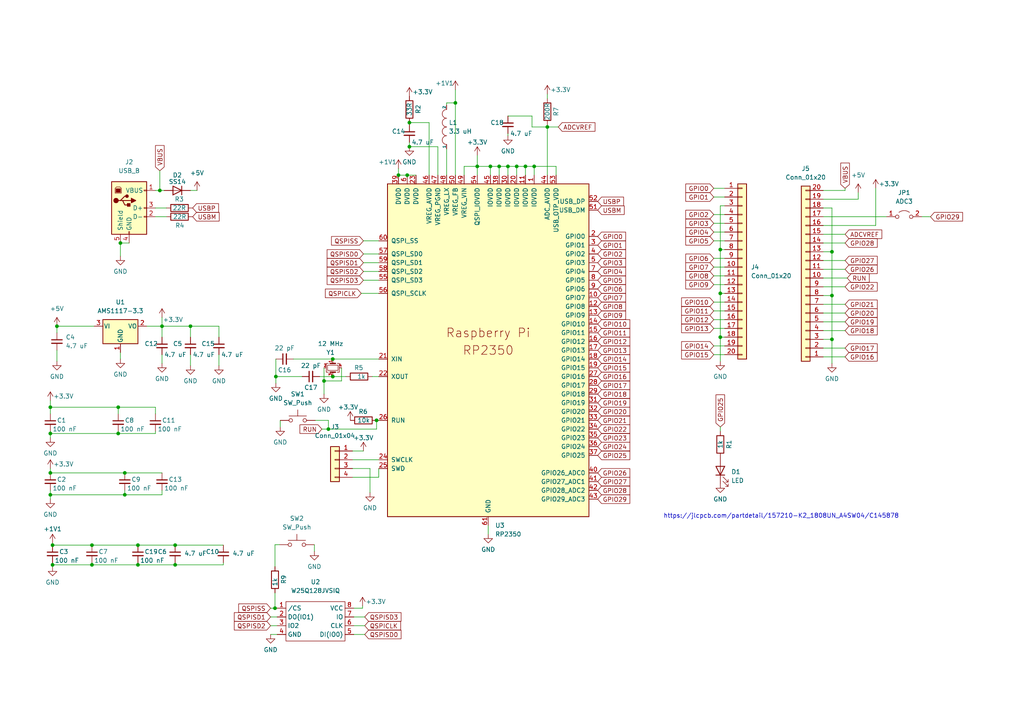
<source format=kicad_sch>
(kicad_sch (version 20211123) (generator eeschema)
  (paper "A4")
  (lib_symbols
    (symbol "Connector:USB_B" (pin_names (offset 1.016))
      (property "Reference" "J" (at -5.08 11.43 0))
      (property "Value" "USB_B" (at -5.08 8.89 0))
      (symbol "USB_B_1_1"
        (pin power_out line (at 7.62 5.08 180) (length 2.54) (name "VBUS") (number "1"))
        (pin bidirectional line (at 7.62 -2.54 180) (length 2.54) (name "D-") (number "2"))
        (pin bidirectional line (at 7.62 0 180) (length 2.54) (name "D+") (number "3"))
        (pin power_out line (at 0 -10.16 90) (length 2.54) (name "GND") (number "4"))
        (pin passive line (at -2.54 -10.16 90) (length 2.54) (name "Shield") (number "5"))
      )
    )
    (symbol "Connector_Generic:Conn_01x04" (pin_names (offset 1.016) hide)
      (property "Reference" "J" (at 0 5.08 0))
      (property "Value" "Conn_01x04" (at 0 -7.62 0))
      (symbol "Conn_01x04_1_1"
        (pin passive line (at -5.08 2.54 0) (length 3.81) (name "Pin_1") (number "1"))
        (pin passive line (at -5.08 0 0) (length 3.81) (name "Pin_2") (number "2"))
        (pin passive line (at -5.08 -2.54 0) (length 3.81) (name "Pin_3") (number "3"))
        (pin passive line (at -5.08 -5.08 0) (length 3.81) (name "Pin_4") (number "4"))
      )
    )
    (symbol "Connector_Generic:Conn_01x20" (pin_names (offset 1.016) hide)
      (property "Reference" "J" (at 0 25.4 0))
      (property "Value" "Conn_01x20" (at 0 -27.94 0))
      (symbol "Conn_01x20_1_1"
        (pin passive line (at -5.08 22.86 0) (length 3.81) (name "Pin_1") (number "1"))
        (pin passive line (at -5.08 0 0) (length 3.81) (name "Pin_10") (number "10"))
        (pin passive line (at -5.08 -2.54 0) (length 3.81) (name "Pin_11") (number "11"))
        (pin passive line (at -5.08 -5.08 0) (length 3.81) (name "Pin_12") (number "12"))
        (pin passive line (at -5.08 -7.62 0) (length 3.81) (name "Pin_13") (number "13"))
        (pin passive line (at -5.08 -10.16 0) (length 3.81) (name "Pin_14") (number "14"))
        (pin passive line (at -5.08 -12.7 0) (length 3.81) (name "Pin_15") (number "15"))
        (pin passive line (at -5.08 -15.24 0) (length 3.81) (name "Pin_16") (number "16"))
        (pin passive line (at -5.08 -17.78 0) (length 3.81) (name "Pin_17") (number "17"))
        (pin passive line (at -5.08 -20.32 0) (length 3.81) (name "Pin_18") (number "18"))
        (pin passive line (at -5.08 -22.86 0) (length 3.81) (name "Pin_19") (number "19"))
        (pin passive line (at -5.08 20.32 0) (length 3.81) (name "Pin_2") (number "2"))
        (pin passive line (at -5.08 -25.4 0) (length 3.81) (name "Pin_20") (number "20"))
        (pin passive line (at -5.08 17.78 0) (length 3.81) (name "Pin_3") (number "3"))
        (pin passive line (at -5.08 15.24 0) (length 3.81) (name "Pin_4") (number "4"))
        (pin passive line (at -5.08 12.7 0) (length 3.81) (name "Pin_5") (number "5"))
        (pin passive line (at -5.08 10.16 0) (length 3.81) (name "Pin_6") (number "6"))
        (pin passive line (at -5.08 7.62 0) (length 3.81) (name "Pin_7") (number "7"))
        (pin passive line (at -5.08 5.08 0) (length 3.81) (name "Pin_8") (number "8"))
        (pin passive line (at -5.08 2.54 0) (length 3.81) (name "Pin_9") (number "9"))
      )
    )
    (symbol "Device:C_Small" (pin_numbers hide) (pin_names (offset 0.254) hide)
      (property "Reference" "C" (at 0.254 1.778 0))
      (property "Value" "C_Small" (at 0.254 -2.032 0))
      (symbol "C_Small_1_1"
        (pin passive line (at 0 2.54 270) (length 2.032) (name "~") (number "1"))
        (pin passive line (at 0 -2.54 90) (length 2.032) (name "~") (number "2"))
      )
    )
    (symbol "Device:Crystal_GND24_Small" (pin_names (offset 1.016) hide)
      (property "Reference" "Y" (at 1.27 4.445 0))
      (property "Value" "Crystal_GND24_Small" (at 1.27 2.54 0))
      (symbol "Crystal_GND24_Small_1_1"
        (pin passive line (at -2.54 0 0) (length 1.27) (name "1") (number "1"))
        (pin passive line (at 0 -2.54 90) (length 0.635) (name "2") (number "2"))
        (pin passive line (at 2.54 0 180) (length 1.27) (name "3") (number "3"))
        (pin passive line (at 0 2.54 270) (length 0.635) (name "4") (number "4"))
      )
    )
    (symbol "Device:D" (pin_numbers hide) (pin_names (offset 1.016) hide)
      (property "Reference" "D" (at 0 2.54 0))
      (property "Value" "D" (at 0 -2.54 0))
      (symbol "D_1_1"
        (pin passive line (at -3.81 0 0) (length 2.54) (name "K") (number "1"))
        (pin passive line (at 3.81 0 180) (length 2.54) (name "A") (number "2"))
      )
    )
    (symbol "Device:LED" (pin_numbers hide) (pin_names (offset 1.016) hide)
      (property "Reference" "D" (at 0 2.54 0))
      (property "Value" "LED" (at 0 -2.54 0))
      (symbol "LED_1_1"
        (pin passive line (at -3.81 0 0) (length 2.54) (name "K") (number "1"))
        (pin passive line (at 3.81 0 180) (length 2.54) (name "A") (number "2"))
      )
    )
    (symbol "Device:R" (pin_numbers hide) (pin_names (offset 0))
      (property "Reference" "R" (at 2.032 0 90))
      (property "Value" "R" (at 0 0 90))
      (symbol "R_1_1"
        (pin passive line (at 0 3.81 270) (length 1.27) (name "~") (number "1"))
        (pin passive line (at 0 -3.81 90) (length 1.27) (name "~") (number "2"))
      )
    )
    (symbol "Jumper:Jumper_2_Open" (pin_names (offset 0) hide)
      (property "Reference" "JP" (at 0 2.794 0))
      (property "Value" "Jumper_2_Open" (at 0 -2.286 0))
      (symbol "Jumper_2_Open_1_1"
        (pin passive line (at -5.08 0 0) (length 2.54) (name "A") (number "1"))
        (pin passive line (at 5.08 0 180) (length 2.54) (name "B") (number "2"))
      )
    )
    (symbol "PicoAlt:SOIC8Flash"
      (property "Reference" "U" (at -2.54 3.81 0))
      (property "Value" "SOIC8Flash" (at -1.27 6.35 0))
      (symbol "SOIC8Flash_1_1"
        (pin input line (at -12.065 3.175 0) (length 2.54) (name "/CS") (number "1"))
        (pin bidirectional line (at -12.065 0.635 0) (length 2.54) (name "DO(IO1)") (number "2"))
        (pin bidirectional line (at -12.065 -1.905 0) (length 2.54) (name "IO2") (number "3"))
        (pin power_in line (at -12.065 -4.445 0) (length 2.54) (name "GND") (number "4"))
        (pin bidirectional line (at 10.16 -4.445 180) (length 2.54) (name "DI(IO0)") (number "5"))
        (pin input line (at 10.16 -1.905 180) (length 2.54) (name "CLK") (number "6"))
        (pin bidirectional line (at 10.16 0.635 180) (length 2.54) (name "IO") (number "7"))
        (pin power_in line (at 10.16 3.175 180) (length 2.54) (name "VCC") (number "8"))
      )
    )
    (symbol "Regulator_Linear:AMS1117-3.3" (pin_names (offset 0.254))
      (property "Reference" "U" (at -3.81 3.175 0))
      (property "Value" "AMS1117-3.3" (at 0 3.175 0))
      (symbol "AMS1117-3.3_1_1"
        (pin power_in line (at 0 -7.62 90) (length 2.54) (name "GND") (number "1"))
        (pin power_out line (at 7.62 0 180) (length 2.54) (name "VO") (number "2"))
        (pin power_in line (at -7.62 0 0) (length 2.54) (name "VI") (number "3"))
      )
    )
    (symbol "Switch:SW_Push" (pin_numbers hide) (pin_names (offset 1.016) hide)
      (property "Reference" "SW" (at 1.27 2.54 0))
      (property "Value" "SW_Push" (at 0 -1.524 0))
      (symbol "SW_Push_0_1"
        (pin passive line (at -5.08 0 0) (length 2.54) (name "1") (number "1"))
        (pin passive line (at 5.08 0 180) (length 2.54) (name "2") (number "2"))
      )
    )
    (symbol "power:+1V1" (power) (pin_names (offset 0))
      (property "Value" "+1V1" (at 0 3.556 0))
      (symbol "+1V1_1_1"
        (pin power_in line (at 0 0 90) (length 0) hide (name "+1V1") (number "1"))
      )
    )
    (symbol "power:+3.3V" (power) (pin_names (offset 0))
      (property "Value" "+3.3V" (at 0 3.556 0))
      (symbol "+3.3V_1_1"
        (pin power_in line (at 0 0 90) (length 0) hide (name "+3.3V") (number "1"))
      )
    )
    (symbol "power:+5V" (power) (pin_names (offset 0))
      (property "Value" "+5V" (at 0 3.556 0))
      (symbol "+5V_1_1"
        (pin power_in line (at 0 0 90) (length 0) hide (name "+5V") (number "1"))
      )
    )
    (symbol "power:GND" (power) (pin_names (offset 0))
      (property "Value" "GND" (at 0 -3.81 0))
      (symbol "GND_1_1"
        (pin power_in line (at 0 0 270) (length 0) hide (name "GND") (number "1"))
      )
    )
    (symbol "pspice:INDUCTOR" (pin_numbers hide) (pin_names (offset 0))
      (property "Reference" "L" (at 0 2.54 0))
      (property "Value" "INDUCTOR" (at 0 -1.27 0))
      (symbol "INDUCTOR_1_1"
        (pin input line (at -6.35 0 0) (length 1.27) (name "1") (number "1"))
        (pin input line (at 6.35 0 180) (length 1.27) (name "2") (number "2"))
      )
    )
    (symbol "rp2350:RP2350" (pin_names (offset 1.016))
      (property "Reference" "U" (at -29.21 49.53 0))
      (property "Value" "RP2350" (at 24.13 -49.53 0))
      (symbol "RP2350_0_0"
        (text "Raspberry Pi" (at 0 5.08 0) (effects (font (size 2.54 2.54))))
        (text "RP2350" (at 0 0 0) (effects (font (size 2.54 2.54))))
      )
      (symbol "RP2350_1_1"
        (pin power_in line (at 13.335 50.8 270) (length 2.54) (name "IOVDD") (number "1"))
        (pin bidirectional line (at 31.75 15.24 180) (length 2.54) (name "GPIO7") (number "10"))
        (pin power_in line (at 10.795 50.8 270) (length 2.54) (name "IOVDD") (number "11"))
        (pin bidirectional line (at 31.75 12.7 180) (length 2.54) (name "GPIO8") (number "12"))
        (pin bidirectional line (at 31.75 10.16 180) (length 2.54) (name "GPIO9") (number "13"))
        (pin bidirectional line (at 31.75 7.62 180) (length 2.54) (name "GPIO10") (number "14"))
        (pin bidirectional line (at 31.75 5.08 180) (length 2.54) (name "GPIO11") (number "15"))
        (pin bidirectional line (at 31.75 2.54 180) (length 2.54) (name "GPIO12") (number "16"))
        (pin bidirectional line (at 31.75 0 180) (length 2.54) (name "GPIO13") (number "17"))
        (pin bidirectional line (at 31.75 -2.54 180) (length 2.54) (name "GPIO14") (number "18"))
        (pin bidirectional line (at 31.75 -5.08 180) (length 2.54) (name "GPIO15") (number "19"))
        (pin bidirectional line (at 31.75 33.02 180) (length 2.54) (name "GPIO0") (number "2"))
        (pin power_in line (at 8.255 50.8 270) (length 2.54) (name "IOVDD") (number "20"))
        (pin input line (at -31.75 -2.54 0) (length 2.54) (name "XIN") (number "21"))
        (pin passive line (at -31.75 -7.62 0) (length 2.54) (name "XOUT") (number "22"))
        (pin power_in line (at -20.955 50.8 270) (length 2.54) (name "DVDD") (number "23"))
        (pin output line (at -31.75 -31.75 0) (length 2.54) (name "SWCLK") (number "24"))
        (pin bidirectional line (at -31.75 -34.29 0) (length 2.54) (name "SWD") (number "25"))
        (pin input line (at -31.75 -20.32 0) (length 2.54) (name "RUN") (number "26"))
        (pin bidirectional line (at 31.75 -7.62 180) (length 2.54) (name "GPIO16") (number "27"))
        (pin bidirectional line (at 31.75 -10.16 180) (length 2.54) (name "GPIO17") (number "28"))
        (pin bidirectional line (at 31.75 -12.7 180) (length 2.54) (name "GPIO18") (number "29"))
        (pin bidirectional line (at 31.75 30.48 180) (length 2.54) (name "GPIO1") (number "3"))
        (pin power_in line (at 5.715 50.8 270) (length 2.54) (name "IOVDD") (number "30"))
        (pin bidirectional line (at 31.75 -15.24 180) (length 2.54) (name "GPIO19") (number "31"))
        (pin bidirectional line (at 31.75 -17.78 180) (length 2.54) (name "GPIO20") (number "32"))
        (pin bidirectional line (at 31.75 -20.32 180) (length 2.54) (name "GPIO21") (number "33"))
        (pin bidirectional line (at 31.75 -22.86 180) (length 2.54) (name "GPIO22") (number "34"))
        (pin bidirectional line (at 31.75 -25.4 180) (length 2.54) (name "GPIO23") (number "35"))
        (pin bidirectional line (at 31.75 -27.94 180) (length 2.54) (name "GPIO24") (number "36"))
        (pin bidirectional line (at 31.75 -30.48 180) (length 2.54) (name "GPIO25") (number "37"))
        (pin power_in line (at 3.175 50.8 270) (length 2.54) (name "IOVDD") (number "38"))
        (pin power_in line (at -26.035 50.8 270) (length 2.54) (name "DVDD") (number "39"))
        (pin bidirectional line (at 31.75 27.94 180) (length 2.54) (name "GPIO2") (number "4"))
        (pin bidirectional line (at 31.75 -35.56 180) (length 2.54) (name "GPIO26_ADC0") (number "40"))
        (pin bidirectional line (at 31.75 -38.1 180) (length 2.54) (name "GPIO27_ADC1") (number "41"))
        (pin bidirectional line (at 31.75 -40.64 180) (length 2.54) (name "GPIO28_ADC2") (number "42"))
        (pin bidirectional line (at 31.75 -43.18 180) (length 2.54) (name "GPIO29_ADC3") (number "43"))
        (pin power_in line (at 17.145 50.8 270) (length 2.54) (name "ADC_AVDD") (number "44"))
        (pin power_in line (at 0.635 50.8 270) (length 2.54) (name "IOVDD") (number "45"))
        (pin power_out line (at -17.145 50.8 270) (length 2.54) (name "VREG_AVDD") (number "46"))
        (pin power_out line (at -14.605 50.8 270) (length 2.54) (name "VREG_PGND") (number "47"))
        (pin power_out line (at -12.065 50.8 270) (length 2.54) (name "VREG_LX") (number "48"))
        (pin power_in line (at -6.985 50.8 270) (length 2.54) (name "VREG_VIN") (number "49"))
        (pin bidirectional line (at 31.75 25.4 180) (length 2.54) (name "GPIO3") (number "5"))
        (pin power_out line (at -9.525 50.8 270) (length 2.54) (name "VREG_FB") (number "50"))
        (pin bidirectional line (at 31.75 40.64 180) (length 2.54) (name "USB_DM") (number "51"))
        (pin bidirectional line (at 31.75 43.18 180) (length 2.54) (name "USB_DP") (number "52"))
        (pin power_in line (at 19.685 50.8 270) (length 2.54) (name "USB_OTP_VDD") (number "53"))
        (pin power_out line (at -3.175 50.8 270) (length 2.54) (name "QSPI_IOVDD") (number "54"))
        (pin bidirectional line (at -31.75 20.32 0) (length 2.54) (name "QSPI_SD3") (number "55"))
        (pin output line (at -31.75 16.51 0) (length 2.54) (name "QSPI_SCLK") (number "56"))
        (pin bidirectional line (at -31.75 27.94 0) (length 2.54) (name "QSPI_SD0") (number "57"))
        (pin bidirectional line (at -31.75 22.86 0) (length 2.54) (name "QSPI_SD2") (number "58"))
        (pin bidirectional line (at -31.75 25.4 0) (length 2.54) (name "QSPI_SD1") (number "59"))
        (pin power_in line (at -23.495 50.8 270) (length 2.54) (name "DVDD") (number "6"))
        (pin bidirectional line (at -31.75 31.75 0) (length 2.54) (name "QSPI_SS") (number "60"))
        (pin power_in line (at 0 -50.8 90) (length 2.54) (name "GND") (number "61"))
        (pin bidirectional line (at 31.75 22.86 180) (length 2.54) (name "GPIO4") (number "7"))
        (pin bidirectional line (at 31.75 20.32 180) (length 2.54) (name "GPIO5") (number "8"))
        (pin bidirectional line (at 31.75 17.78 180) (length 2.54) (name "GPIO6") (number "9"))
      )
    )
  )
  (junction (at 96.52 109.22))
  (junction (at 34.29 118.11))
  (junction (at 36.195 143.51))
  (junction (at 46.99 94.615))
  (junction (at 34.29 125.73))
  (junction (at 208.915 72.39))
  (junction (at 15.24 163.83))
  (junction (at 144.78 48.26))
  (junction (at 95.25 124.46))
  (junction (at 15.24 158.115))
  (junction (at 14.605 125.73))
  (junction (at 16.51 94.615))
  (junction (at 96.52 104.14))
  (junction (at 142.24 48.26))
  (junction (at 118.745 35.56))
  (junction (at 36.195 137.16))
  (junction (at 34.925 70.485))
  (junction (at 208.915 97.79))
  (junction (at 80.01 109.22))
  (junction (at 138.43 48.26))
  (junction (at 14.605 137.16))
  (junction (at 26.67 158.115))
  (junction (at 50.8 158.115))
  (junction (at 241.3 85.725))
  (junction (at 109.22 121.92))
  (junction (at 55.245 94.615))
  (junction (at 147.32 48.26))
  (junction (at 154.94 48.26))
  (junction (at 132.08 29.845))
  (junction (at 40.005 163.83))
  (junction (at 152.4 48.26))
  (junction (at 14.605 143.51))
  (junction (at 208.915 85.09))
  (junction (at 79.756 176.403))
  (junction (at 118.11 50.8))
  (junction (at 50.8 163.83))
  (junction (at 149.86 48.26))
  (junction (at 93.98 110.49))
  (junction (at 158.75 36.83))
  (junction (at 40.005 158.115))
  (junction (at 26.67 163.83))
  (junction (at 14.605 118.11))
  (junction (at 241.3 98.425))
  (junction (at 241.3 73.025))
  (junction (at 46.355 55.245))
  (junction (at 118.745 42.545))
  (junction (at 115.57 50.8))
  (wire (pts (xy 79.756 157.988) (xy 81.026 157.988)))
  (wire (pts (xy 80.01 104.14) (xy 80.01 109.22)))
  (wire (pts (xy 26.67 163.83) (xy 40.005 163.83)))
  (wire (pts (xy 16.51 94.615) (xy 16.51 96.52)))
  (wire (pts (xy 129.54 43.18) (xy 129.54 50.8)))
  (wire (pts (xy 14.605 118.11) (xy 14.605 120.015)))
  (wire (pts (xy 152.4 48.26) (xy 152.4 50.8)))
  (wire (pts (xy 15.24 163.83) (xy 26.67 163.83)))
  (wire (pts (xy 115.57 50.8) (xy 118.11 50.8)))
  (wire (pts (xy 152.4 48.26) (xy 154.94 48.26)))
  (wire (pts (xy 40.005 163.83) (xy 50.8 163.83)))
  (wire (pts (xy 96.52 109.22) (xy 100.33 109.22)))
  (wire (pts (xy 93.98 110.49) (xy 93.98 106.68)))
  (wire (pts (xy 238.76 85.725) (xy 241.3 85.725)))
  (wire (pts (xy 241.3 73.025) (xy 241.3 85.725)))
  (wire (pts (xy 79.756 164.338) (xy 79.756 157.988)))
  (wire (pts (xy 238.76 67.945) (xy 245.11 67.945)))
  (wire (pts (xy 207.01 77.47) (xy 210.185 77.47)))
  (wire (pts (xy 109.22 124.46) (xy 109.22 121.92)))
  (wire (pts (xy 55.245 102.87) (xy 55.245 106.045)))
  (wire (pts (xy 147.32 48.26) (xy 147.32 50.8)))
  (wire (pts (xy 158.75 27.305) (xy 158.75 28.575)))
  (wire (pts (xy 105.156 176.403) (xy 102.616 176.403)))
  (wire (pts (xy 149.86 48.26) (xy 149.86 50.8)))
  (wire (pts (xy 46.99 97.79) (xy 46.99 94.615)))
  (wire (pts (xy 147.32 48.26) (xy 149.86 48.26)))
  (wire (pts (xy 208.915 59.69) (xy 208.915 72.39)))
  (wire (pts (xy 154.94 48.26) (xy 161.29 48.26)))
  (wire (pts (xy 238.76 90.805) (xy 245.11 90.805)))
  (wire (pts (xy 207.01 57.15) (xy 210.185 57.15)))
  (wire (pts (xy 15.24 158.115) (xy 26.67 158.115)))
  (wire (pts (xy 109.855 138.43) (xy 102.235 138.43)))
  (wire (pts (xy 238.76 100.965) (xy 245.11 100.965)))
  (wire (pts (xy 207.01 74.93) (xy 210.185 74.93)))
  (wire (pts (xy 138.43 45.085) (xy 138.43 48.26)))
  (wire (pts (xy 55.245 55.245) (xy 57.15 55.245)))
  (wire (pts (xy 129.54 29.845) (xy 132.08 29.845)))
  (wire (pts (xy 14.605 143.51) (xy 36.195 143.51)))
  (wire (pts (xy 241.3 98.425) (xy 238.76 98.425)))
  (wire (pts (xy 241.3 60.325) (xy 238.76 60.325)))
  (wire (pts (xy 99.06 110.49) (xy 93.98 110.49)))
  (wire (pts (xy 99.06 106.68) (xy 99.06 110.49)))
  (wire (pts (xy 127 50.8) (xy 127 42.545)))
  (wire (pts (xy 102.616 184.023) (xy 105.791 184.023)))
  (wire (pts (xy 207.01 92.71) (xy 210.185 92.71)))
  (wire (pts (xy 95.25 121.92) (xy 95.25 124.46)))
  (wire (pts (xy 92.71 109.22) (xy 96.52 109.22)))
  (wire (pts (xy 207.01 54.61) (xy 210.185 54.61)))
  (wire (pts (xy 34.925 70.485) (xy 34.925 74.295)))
  (wire (pts (xy 105.41 81.28) (xy 109.855 81.28)))
  (wire (pts (xy 107.95 109.22) (xy 109.855 109.22)))
  (wire (pts (xy 154.305 36.83) (xy 158.75 36.83)))
  (wire (pts (xy 248.92 57.785) (xy 238.76 57.785)))
  (wire (pts (xy 158.75 36.195) (xy 158.75 36.83)))
  (wire (pts (xy 102.235 130.81) (xy 105.41 130.81)))
  (wire (pts (xy 14.605 137.16) (xy 36.195 137.16)))
  (wire (pts (xy 238.76 103.505) (xy 245.11 103.505)))
  (wire (pts (xy 40.005 163.195) (xy 40.005 163.83)))
  (wire (pts (xy 105.41 73.66) (xy 109.855 73.66)))
  (wire (pts (xy 208.915 97.79) (xy 210.185 97.79)))
  (wire (pts (xy 80.01 109.22) (xy 80.01 111.125)))
  (wire (pts (xy 46.355 55.245) (xy 47.625 55.245)))
  (wire (pts (xy 26.67 163.83) (xy 26.67 163.195)))
  (wire (pts (xy 238.76 88.265) (xy 245.11 88.265)))
  (wire (pts (xy 105.41 69.85) (xy 109.855 69.85)))
  (wire (pts (xy 46.355 49.53) (xy 46.355 55.245)))
  (wire (pts (xy 102.616 178.943) (xy 105.791 178.943)))
  (wire (pts (xy 118.745 35.56) (xy 124.46 35.56)))
  (wire (pts (xy 55.245 94.615) (xy 55.245 97.79)))
  (wire (pts (xy 14.605 125.095) (xy 14.605 125.73)))
  (wire (pts (xy 207.01 90.17) (xy 210.185 90.17)))
  (wire (pts (xy 238.76 62.865) (xy 257.175 62.865)))
  (wire (pts (xy 208.915 123.825) (xy 208.915 125.095)))
  (wire (pts (xy 45.085 55.245) (xy 46.355 55.245)))
  (wire (pts (xy 102.616 181.483) (xy 105.791 181.483)))
  (wire (pts (xy 134.62 48.26) (xy 138.43 48.26)))
  (wire (pts (xy 79.756 176.403) (xy 80.391 176.403)))
  (wire (pts (xy 14.605 142.24) (xy 14.605 143.51)))
  (wire (pts (xy 14.605 143.51) (xy 14.605 144.78)))
  (wire (pts (xy 115.57 48.895) (xy 115.57 50.8)))
  (wire (pts (xy 45.085 60.325) (xy 48.26 60.325)))
  (wire (pts (xy 93.98 110.49) (xy 93.98 114.3)))
  (wire (pts (xy 254 54.61) (xy 254 65.405)))
  (wire (pts (xy 46.99 143.51) (xy 36.195 143.51)))
  (wire (pts (xy 15.24 157.48) (xy 15.24 158.115)))
  (wire (pts (xy 118.745 35.56) (xy 118.745 36.195)))
  (wire (pts (xy 245.11 54.61) (xy 245.11 55.245)))
  (wire (pts (xy 40.005 158.115) (xy 50.8 158.115)))
  (wire (pts (xy 238.76 95.885) (xy 245.11 95.885)))
  (wire (pts (xy 36.195 137.16) (xy 46.99 137.16)))
  (wire (pts (xy 208.915 85.09) (xy 210.185 85.09)))
  (wire (pts (xy 34.29 125.095) (xy 34.29 125.73)))
  (wire (pts (xy 45.085 62.865) (xy 48.26 62.865)))
  (wire (pts (xy 142.24 48.26) (xy 142.24 50.8)))
  (wire (pts (xy 129.54 30.48) (xy 129.54 29.845)))
  (wire (pts (xy 45.085 118.11) (xy 34.29 118.11)))
  (wire (pts (xy 207.01 80.01) (xy 210.185 80.01)))
  (wire (pts (xy 207.01 69.85) (xy 210.185 69.85)))
  (wire (pts (xy 132.08 29.845) (xy 132.08 50.8)))
  (wire (pts (xy 14.605 116.205) (xy 14.605 118.11)))
  (wire (pts (xy 238.76 78.105) (xy 245.11 78.105)))
  (wire (pts (xy 64.77 163.83) (xy 64.77 163.195)))
  (wire (pts (xy 78.486 178.943) (xy 80.391 178.943)))
  (wire (pts (xy 26.67 158.115) (xy 40.005 158.115)))
  (wire (pts (xy 50.8 163.83) (xy 64.77 163.83)))
  (wire (pts (xy 144.78 48.26) (xy 144.78 50.8)))
  (wire (pts (xy 34.925 70.485) (xy 37.465 70.485)))
  (wire (pts (xy 102.235 133.35) (xy 109.855 133.35)))
  (wire (pts (xy 79.756 171.958) (xy 79.756 176.403)))
  (wire (pts (xy 16.51 94.615) (xy 27.305 94.615)))
  (wire (pts (xy 154.305 33.655) (xy 154.305 36.83)))
  (wire (pts (xy 207.01 67.31) (xy 210.185 67.31)))
  (wire (pts (xy 105.41 76.2) (xy 109.855 76.2)))
  (wire (pts (xy 95.25 124.46) (xy 109.22 124.46)))
  (wire (pts (xy 105.41 78.74) (xy 109.855 78.74)))
  (wire (pts (xy 14.605 118.11) (xy 34.29 118.11)))
  (wire (pts (xy 46.99 92.075) (xy 46.99 94.615)))
  (wire (pts (xy 78.486 176.403) (xy 79.756 176.403)))
  (wire (pts (xy 207.01 82.55) (xy 210.185 82.55)))
  (wire (pts (xy 118.745 41.275) (xy 118.745 42.545)))
  (wire (pts (xy 241.3 73.025) (xy 241.3 60.325)))
  (wire (pts (xy 138.43 48.26) (xy 142.24 48.26)))
  (wire (pts (xy 207.01 95.25) (xy 210.185 95.25)))
  (wire (pts (xy 45.085 120.015) (xy 45.085 118.11)))
  (wire (pts (xy 238.76 73.025) (xy 241.3 73.025)))
  (wire (pts (xy 93.345 124.46) (xy 95.25 124.46)))
  (wire (pts (xy 46.99 94.615) (xy 55.245 94.615)))
  (wire (pts (xy 15.24 163.83) (xy 15.24 164.465)))
  (wire (pts (xy 208.915 97.79) (xy 208.915 104.775)))
  (wire (pts (xy 208.915 72.39) (xy 208.915 85.09)))
  (wire (pts (xy 15.24 163.195) (xy 15.24 163.83)))
  (wire (pts (xy 149.86 48.26) (xy 152.4 48.26)))
  (wire (pts (xy 210.185 59.69) (xy 208.915 59.69)))
  (wire (pts (xy 109.22 121.92) (xy 109.855 121.92)))
  (wire (pts (xy 118.11 50.8) (xy 120.65 50.8)))
  (wire (pts (xy 147.32 38.735) (xy 147.32 39.37)))
  (wire (pts (xy 105.156 175.768) (xy 105.156 176.403)))
  (wire (pts (xy 238.76 80.645) (xy 245.745 80.645)))
  (wire (pts (xy 254 65.405) (xy 238.76 65.405)))
  (wire (pts (xy 91.44 121.92) (xy 95.25 121.92)))
  (wire (pts (xy 207.01 64.77) (xy 210.185 64.77)))
  (wire (pts (xy 141.605 152.4) (xy 141.605 154.94)))
  (wire (pts (xy 16.51 101.6) (xy 16.51 104.775)))
  (wire (pts (xy 132.08 26.035) (xy 132.08 29.845)))
  (wire (pts (xy 134.62 50.8) (xy 134.62 48.26)))
  (wire (pts (xy 85.09 104.14) (xy 96.52 104.14)))
  (wire (pts (xy 248.92 55.88) (xy 248.92 57.785)))
  (wire (pts (xy 154.94 50.8) (xy 154.94 48.26)))
  (wire (pts (xy 142.24 48.26) (xy 144.78 48.26)))
  (wire (pts (xy 14.605 125.73) (xy 34.29 125.73)))
  (wire (pts (xy 124.46 35.56) (xy 124.46 50.8)))
  (wire (pts (xy 109.855 135.89) (xy 109.855 138.43)))
  (wire (pts (xy 207.01 102.87) (xy 210.185 102.87)))
  (wire (pts (xy 241.3 98.425) (xy 241.3 105.41)))
  (wire (pts (xy 34.29 118.11) (xy 34.29 120.015)))
  (wire (pts (xy 91.186 157.988) (xy 91.186 159.893)))
  (wire (pts (xy 96.52 104.14) (xy 109.855 104.14)))
  (wire (pts (xy 81.28 121.92) (xy 81.28 123.825)))
  (wire (pts (xy 238.76 70.485) (xy 245.11 70.485)))
  (wire (pts (xy 78.486 184.023) (xy 80.391 184.023)))
  (wire (pts (xy 107.315 142.875) (xy 107.315 135.89)))
  (wire (pts (xy 245.11 55.245) (xy 238.76 55.245)))
  (wire (pts (xy 207.01 87.63) (xy 210.185 87.63)))
  (wire (pts (xy 127 42.545) (xy 118.745 42.545)))
  (wire (pts (xy 238.76 93.345) (xy 245.11 93.345)))
  (wire (pts (xy 158.75 36.83) (xy 161.925 36.83)))
  (wire (pts (xy 63.5 97.79) (xy 63.5 94.615)))
  (wire (pts (xy 144.78 48.26) (xy 147.32 48.26)))
  (wire (pts (xy 36.195 143.51) (xy 36.195 142.24)))
  (wire (pts (xy 147.32 33.655) (xy 154.305 33.655)))
  (wire (pts (xy 78.486 181.483) (xy 80.391 181.483)))
  (wire (pts (xy 80.01 109.22) (xy 87.63 109.22)))
  (wire (pts (xy 63.5 102.87) (xy 63.5 106.045)))
  (wire (pts (xy 267.335 62.865) (xy 269.875 62.865)))
  (wire (pts (xy 161.29 48.26) (xy 161.29 50.8)))
  (wire (pts (xy 158.75 36.83) (xy 158.75 50.8)))
  (wire (pts (xy 208.915 85.09) (xy 208.915 97.79)))
  (wire (pts (xy 107.315 135.89) (xy 102.235 135.89)))
  (wire (pts (xy 238.76 75.565) (xy 245.11 75.565)))
  (wire (pts (xy 208.915 72.39) (xy 210.185 72.39)))
  (wire (pts (xy 207.01 62.23) (xy 210.185 62.23)))
  (wire (pts (xy 138.43 48.26) (xy 138.43 50.8)))
  (wire (pts (xy 104.775 85.09) (xy 109.855 85.09)))
  (wire (pts (xy 207.01 100.33) (xy 210.185 100.33)))
  (wire (pts (xy 14.605 135.89) (xy 14.605 137.16)))
  (wire (pts (xy 238.76 83.185) (xy 245.11 83.185)))
  (wire (pts (xy 34.925 102.235) (xy 34.925 104.14)))
  (wire (pts (xy 45.085 125.73) (xy 45.085 125.095)))
  (wire (pts (xy 46.99 142.24) (xy 46.99 143.51)))
  (wire (pts (xy 46.99 94.615) (xy 42.545 94.615)))
  (wire (pts (xy 55.245 94.615) (xy 63.5 94.615)))
  (wire (pts (xy 14.605 125.73) (xy 14.605 127)))
  (wire (pts (xy 241.3 85.725) (xy 241.3 98.425)))
  (wire (pts (xy 34.29 125.73) (xy 45.085 125.73)))
  (wire (pts (xy 50.8 163.195) (xy 50.8 163.83)))
  (wire (pts (xy 50.8 158.115) (xy 64.77 158.115)))
  (wire (pts (xy 46.99 102.87) (xy 46.99 105.41)))
  (text "https://jlcpcb.com/partdetail/157210-K2_1808UN_A4SW04/C145878" (at 192.405 150.495 0) (effects (font (size 1.27 1.27)) (justify left bottom)))
  (global_label "GPIO16" (shape input) (at 245.11 103.505 0) (property "Intersheet References" "${INTERSHEET_REFS}" (effects hide)))
  (global_label "GPIO1" (shape input) (at 173.355 71.12 0) (property "Intersheet References" "${INTERSHEET_REFS}" (effects hide)))
  (global_label "GPIO9" (shape input) (at 173.355 91.44 0) (property "Intersheet References" "${INTERSHEET_REFS}" (effects hide)))
  (global_label "GPIO5" (shape input) (at 173.355 81.28 0) (property "Intersheet References" "${INTERSHEET_REFS}" (effects hide)))
  (global_label "GPIO18" (shape input) (at 245.11 95.885 0) (property "Intersheet References" "${INTERSHEET_REFS}" (effects hide)))
  (global_label "GPIO14" (shape input) (at 173.355 104.14 0) (property "Intersheet References" "${INTERSHEET_REFS}" (effects hide)))
  (global_label "GPIO0" (shape input) (at 207.01 54.61 180) (property "Intersheet References" "${INTERSHEET_REFS}" (effects hide)))
  (global_label "GPIO12" (shape input) (at 207.01 92.71 180) (property "Intersheet References" "${INTERSHEET_REFS}" (effects hide)))
  (global_label "GPIO8" (shape input) (at 173.355 88.9 0) (property "Intersheet References" "${INTERSHEET_REFS}" (effects hide)))
  (global_label "GPIO6" (shape input) (at 173.355 83.82 0) (property "Intersheet References" "${INTERSHEET_REFS}" (effects hide)))
  (global_label "GPIO5" (shape input) (at 207.01 69.85 180) (property "Intersheet References" "${INTERSHEET_REFS}" (effects hide)))
  (global_label "GPIO11" (shape input) (at 173.355 96.52 0) (property "Intersheet References" "${INTERSHEET_REFS}" (effects hide)))
  (global_label "GPIO17" (shape input) (at 245.11 100.965 0) (property "Intersheet References" "${INTERSHEET_REFS}" (effects hide)))
  (global_label "QSPISD2" (shape input) (at 105.41 78.74 180) (property "Intersheet References" "${INTERSHEET_REFS}" (effects hide)))
  (global_label "GPIO11" (shape input) (at 207.01 90.17 180) (property "Intersheet References" "${INTERSHEET_REFS}" (effects hide)))
  (global_label "GPIO25" (shape input) (at 208.915 123.825 90) (property "Intersheet References" "${INTERSHEET_REFS}" (effects hide)))
  (global_label "QSPISD3" (shape input) (at 105.41 81.28 180) (property "Intersheet References" "${INTERSHEET_REFS}" (effects hide)))
  (global_label "GPIO27" (shape input) (at 245.11 75.565 0) (property "Intersheet References" "${INTERSHEET_REFS}" (effects hide)))
  (global_label "GPIO3" (shape input) (at 173.355 76.2 0) (property "Intersheet References" "${INTERSHEET_REFS}" (effects hide)))
  (global_label "GPIO20" (shape input) (at 173.355 119.38 0) (property "Intersheet References" "${INTERSHEET_REFS}" (effects hide)))
  (global_label "QSPISS" (shape input) (at 78.486 176.403 180) (property "Intersheet References" "${INTERSHEET_REFS}" (effects hide)))
  (global_label "GPIO13" (shape input) (at 173.355 101.6 0) (property "Intersheet References" "${INTERSHEET_REFS}" (effects hide)))
  (global_label "USBM" (shape input) (at 55.88 62.865 0) (property "Intersheet References" "${INTERSHEET_REFS}" (effects hide)))
  (global_label "GPIO18" (shape input) (at 173.355 114.3 0) (property "Intersheet References" "${INTERSHEET_REFS}" (effects hide)))
  (global_label "GPIO24" (shape input) (at 173.355 129.54 0) (property "Intersheet References" "${INTERSHEET_REFS}" (effects hide)))
  (global_label "QSPISD1" (shape input) (at 78.486 178.943 180) (property "Intersheet References" "${INTERSHEET_REFS}" (effects hide)))
  (global_label "GPIO10" (shape input) (at 207.01 87.63 180) (property "Intersheet References" "${INTERSHEET_REFS}" (effects hide)))
  (global_label "GPIO1" (shape input) (at 207.01 57.15 180) (property "Intersheet References" "${INTERSHEET_REFS}" (effects hide)))
  (global_label "GPIO3" (shape input) (at 207.01 64.77 180) (property "Intersheet References" "${INTERSHEET_REFS}" (effects hide)))
  (global_label "QSPISD2" (shape input) (at 78.486 181.483 180) (property "Intersheet References" "${INTERSHEET_REFS}" (effects hide)))
  (global_label "GPIO28" (shape input) (at 173.355 142.24 0) (property "Intersheet References" "${INTERSHEET_REFS}" (effects hide)))
  (global_label "GPIO4" (shape input) (at 207.01 67.31 180) (property "Intersheet References" "${INTERSHEET_REFS}" (effects hide)))
  (global_label "VBUS" (shape input) (at 245.11 54.61 90) (property "Intersheet References" "${INTERSHEET_REFS}" (effects hide)))
  (global_label "QSPICLK" (shape input) (at 105.791 181.483 0) (property "Intersheet References" "${INTERSHEET_REFS}" (effects hide)))
  (global_label "GPIO7" (shape input) (at 173.355 86.36 0) (property "Intersheet References" "${INTERSHEET_REFS}" (effects hide)))
  (global_label "GPIO22" (shape input) (at 173.355 124.46 0) (property "Intersheet References" "${INTERSHEET_REFS}" (effects hide)))
  (global_label "GPIO13" (shape input) (at 207.01 95.25 180) (property "Intersheet References" "${INTERSHEET_REFS}" (effects hide)))
  (global_label "GPIO23" (shape input) (at 173.355 127 0) (property "Intersheet References" "${INTERSHEET_REFS}" (effects hide)))
  (global_label "GPIO22" (shape input) (at 245.11 83.185 0) (property "Intersheet References" "${INTERSHEET_REFS}" (effects hide)))
  (global_label "GPIO28" (shape input) (at 245.11 70.485 0) (property "Intersheet References" "${INTERSHEET_REFS}" (effects hide)))
  (global_label "QSPISD1" (shape input) (at 105.41 76.2 180) (property "Intersheet References" "${INTERSHEET_REFS}" (effects hide)))
  (global_label "RUN" (shape input) (at 93.345 124.46 180) (property "Intersheet References" "${INTERSHEET_REFS}" (effects hide)))
  (global_label "GPIO9" (shape input) (at 207.01 82.55 180) (property "Intersheet References" "${INTERSHEET_REFS}" (effects hide)))
  (global_label "RUN" (shape input) (at 245.745 80.645 0) (property "Intersheet References" "${INTERSHEET_REFS}" (effects hide)))
  (global_label "GPIO21" (shape input) (at 173.355 121.92 0) (property "Intersheet References" "${INTERSHEET_REFS}" (effects hide)))
  (global_label "GPIO8" (shape input) (at 207.01 80.01 180) (property "Intersheet References" "${INTERSHEET_REFS}" (effects hide)))
  (global_label "ADCVREF" (shape input) (at 245.11 67.945 0) (property "Intersheet References" "${INTERSHEET_REFS}" (effects hide)))
  (global_label "GPIO15" (shape input) (at 173.355 106.68 0) (property "Intersheet References" "${INTERSHEET_REFS}" (effects hide)))
  (global_label "VBUS" (shape input) (at 46.355 49.53 90) (property "Intersheet References" "${INTERSHEET_REFS}" (effects hide)))
  (global_label "GPIO10" (shape input) (at 173.355 93.98 0) (property "Intersheet References" "${INTERSHEET_REFS}" (effects hide)))
  (global_label "GPIO19" (shape input) (at 245.11 93.345 0) (property "Intersheet References" "${INTERSHEET_REFS}" (effects hide)))
  (global_label "GPIO7" (shape input) (at 207.01 77.47 180) (property "Intersheet References" "${INTERSHEET_REFS}" (effects hide)))
  (global_label "GPIO19" (shape input) (at 173.355 116.84 0) (property "Intersheet References" "${INTERSHEET_REFS}" (effects hide)))
  (global_label "GPIO21" (shape input) (at 245.11 88.265 0) (property "Intersheet References" "${INTERSHEET_REFS}" (effects hide)))
  (global_label "QSPICLK" (shape input) (at 104.775 85.09 180) (property "Intersheet References" "${INTERSHEET_REFS}" (effects hide)))
  (global_label "QSPISD0" (shape input) (at 105.791 184.023 0) (property "Intersheet References" "${INTERSHEET_REFS}" (effects hide)))
  (global_label "GPIO0" (shape input) (at 173.355 68.58 0) (property "Intersheet References" "${INTERSHEET_REFS}" (effects hide)))
  (global_label "GPIO17" (shape input) (at 173.355 111.76 0) (property "Intersheet References" "${INTERSHEET_REFS}" (effects hide)))
  (global_label "GPIO2" (shape input) (at 173.355 73.66 0) (property "Intersheet References" "${INTERSHEET_REFS}" (effects hide)))
  (global_label "GPIO15" (shape input) (at 207.01 102.87 180) (property "Intersheet References" "${INTERSHEET_REFS}" (effects hide)))
  (global_label "GPIO14" (shape input) (at 207.01 100.33 180) (property "Intersheet References" "${INTERSHEET_REFS}" (effects hide)))
  (global_label "QSPISS" (shape input) (at 105.41 69.85 180) (property "Intersheet References" "${INTERSHEET_REFS}" (effects hide)))
  (global_label "ADCVREF" (shape input) (at 161.925 36.83 0) (property "Intersheet References" "${INTERSHEET_REFS}" (effects hide)))
  (global_label "QSPISD3" (shape input) (at 105.791 178.943 0) (property "Intersheet References" "${INTERSHEET_REFS}" (effects hide)))
  (global_label "GPIO12" (shape input) (at 173.355 99.06 0) (property "Intersheet References" "${INTERSHEET_REFS}" (effects hide)))
  (global_label "GPIO29" (shape input) (at 269.875 62.865 0) (property "Intersheet References" "${INTERSHEET_REFS}" (effects hide)))
  (global_label "QSPISD0" (shape input) (at 105.41 73.66 180) (property "Intersheet References" "${INTERSHEET_REFS}" (effects hide)))
  (global_label "GPIO16" (shape input) (at 173.355 109.22 0) (property "Intersheet References" "${INTERSHEET_REFS}" (effects hide)))
  (global_label "GPIO6" (shape input) (at 207.01 74.93 180) (property "Intersheet References" "${INTERSHEET_REFS}" (effects hide)))
  (global_label "GPIO25" (shape input) (at 173.355 132.08 0) (property "Intersheet References" "${INTERSHEET_REFS}" (effects hide)))
  (global_label "GPIO26" (shape input) (at 173.355 137.16 0) (property "Intersheet References" "${INTERSHEET_REFS}" (effects hide)))
  (global_label "GPIO4" (shape input) (at 173.355 78.74 0) (property "Intersheet References" "${INTERSHEET_REFS}" (effects hide)))
  (global_label "GPIO20" (shape input) (at 245.11 90.805 0) (property "Intersheet References" "${INTERSHEET_REFS}" (effects hide)))
  (global_label "GPIO27" (shape input) (at 173.355 139.7 0) (property "Intersheet References" "${INTERSHEET_REFS}" (effects hide)))
  (global_label "USBP" (shape input) (at 55.88 60.325 0) (property "Intersheet References" "${INTERSHEET_REFS}" (effects hide)))
  (global_label "GPIO29" (shape input) (at 173.355 144.78 0) (property "Intersheet References" "${INTERSHEET_REFS}" (effects hide)))
  (global_label "USBM" (shape input) (at 173.355 60.96 0) (property "Intersheet References" "${INTERSHEET_REFS}" (effects hide)))
  (global_label "USBP" (shape input) (at 173.355 58.42 0) (property "Intersheet References" "${INTERSHEET_REFS}" (effects hide)))
  (global_label "GPIO2" (shape input) (at 207.01 62.23 180) (property "Intersheet References" "${INTERSHEET_REFS}" (effects hide)))
  (global_label "GPIO26" (shape input) (at 245.11 78.105 0) (property "Intersheet References" "${INTERSHEET_REFS}" (effects hide)))
  (symbol (lib_id "Device:C_Small") (at 34.29 122.555 0) (unit 1)
    (property "Reference" "C8" (at 36.195 121.92 0) (effects (justify left)))
    (property "Value" "100 nF" (at 34.925 124.46 0) (effects (justify left)))
    (property "Footprint" "Capacitor_SMD:C_0402_1005Metric" (effects hide))
    (property "LCSC" "C307331" (effects hide))
  )
  (symbol (lib_id "Device:D") (at 51.435 55.245 180) (unit 1)
    (property "Reference" "D2" (at 51.435 50.8 0))
    (property "Value" "SS14" (at 51.435 52.705 0))
    (property "Footprint" "Diode_SMD:D_SMA" (effects hide))
    (property "LCSC" "C2480" (effects hide))
  )
  (symbol (lib_id "Device:R") (at 52.07 62.865 270) (unit 1)
    (property "Reference" "R4" (at 50.8 65.405 90) (effects (justify left)))
    (property "Value" "22R" (at 50.165 62.865 90) (effects (justify left)))
    (property "Footprint" "Resistor_SMD:R_0402_1005Metric" (effects hide))
    (property "LCSC" "C25092" (effects hide))
  )
  (symbol (lib_id "power:GND") (at 14.605 127 0) (unit 1)
    (property "Reference" "#PWR0109" (effects hide))
    (property "Value" "GND" (at 14.605 131.445 0))
  )
  (symbol (lib_id "power:+3.3V") (at 118.745 27.94 0) (unit 1)
    (property "Reference" "#PWR0128" (effects hide))
    (property "Value" "+3.3V" (at 122.555 26.67 0))
  )
  (symbol (lib_id "power:+1V1") (at 132.08 26.035 0) (unit 1)
    (property "Reference" "#PWR0137" (effects hide))
    (property "Value" "+1V1" (at 128.905 24.13 0))
  )
  (symbol (lib_id "Device:R") (at 79.756 168.148 0) (unit 1)
    (property "Reference" "R9" (at 82.296 169.418 90) (effects (justify left)))
    (property "Value" "1k" (at 79.756 170.053 90) (effects (justify left)))
    (property "Footprint" "Resistor_SMD:R_0402_1005Metric" (effects hide))
    (property "LCSC" "C11702" (effects hide))
  )
  (symbol (lib_id "power:GND") (at 14.605 144.78 0) (unit 1)
    (property "Reference" "#PWR0111" (effects hide))
    (property "Value" "GND" (at 14.605 149.225 0))
  )
  (symbol (lib_id "power:+5V") (at 57.15 55.245 0) (unit 1)
    (property "Reference" "#PWR0102" (effects hide))
    (property "Value" "+5V" (at 57.15 50.165 0))
  )
  (symbol (lib_id "power:+1V1") (at 115.57 48.895 0) (unit 1)
    (property "Reference" "#PWR0125" (effects hide))
    (property "Value" "+1V1" (at 112.395 46.99 0))
  )
  (symbol (lib_id "power:GND") (at 46.99 105.41 0) (unit 1)
    (property "Reference" "#PWR0119" (effects hide))
    (property "Value" "GND" (at 46.99 109.855 0))
  )
  (symbol (lib_id "Device:C_Small") (at 14.605 122.555 0) (unit 1)
    (property "Reference" "C1" (at 16.51 121.92 0) (effects (justify left)))
    (property "Value" "100 nF" (at 15.24 124.46 0) (effects (justify left)))
    (property "Footprint" "Capacitor_SMD:C_0402_1005Metric" (effects hide))
    (property "LCSC" "C307331" (effects hide))
  )
  (symbol (lib_id "power:GND") (at 93.98 114.3 0) (unit 1)
    (property "Reference" "#PWR0121" (effects hide))
    (property "Value" "GND" (at 93.98 118.745 0))
  )
  (symbol (lib_id "Device:C_Small") (at 55.245 100.33 0) (unit 1)
    (property "Reference" "C5" (at 50.165 99.695 0) (effects (justify left)))
    (property "Value" "4.7 uF" (at 55.88 102.87 0) (effects (justify left)))
    (property "Footprint" "Capacitor_SMD:C_0603_1608Metric" (effects hide))
    (property "LCSC" "C19666" (effects hide))
  )
  (symbol (lib_id "power:GND") (at 241.3 105.41 0) (unit 1)
    (property "Reference" "#PWR0133" (effects hide))
    (property "Value" "GND" (at 241.3 109.855 0))
  )
  (symbol (lib_id "power:GND") (at 34.925 74.295 0) (unit 1)
    (property "Reference" "#PWR0103" (effects hide))
    (property "Value" "GND" (at 34.925 78.74 0))
  )
  (symbol (lib_id "power:GND") (at 78.486 184.023 0) (unit 1)
    (property "Reference" "#PWR0114" (effects hide))
    (property "Value" "GND" (at 78.486 188.468 0))
  )
  (symbol (lib_id "power:+3.3V") (at 101.6 121.92 0) (unit 1)
    (property "Reference" "#PWR0131" (effects hide))
    (property "Value" "+3.3V" (at 100.965 118.11 0))
  )
  (symbol (lib_id "power:+5V") (at 248.92 55.88 0) (unit 1)
    (property "Reference" "#PWR0135" (effects hide))
    (property "Value" "+5V" (at 248.92 50.8 0))
  )
  (symbol (lib_id "Device:C_Small") (at 40.005 160.655 0) (unit 1)
    (property "Reference" "C19" (at 41.91 160.02 0) (effects (justify left)))
    (property "Value" "100 nF" (at 40.64 162.56 0) (effects (justify left)))
    (property "Footprint" "Capacitor_SMD:C_0402_1005Metric" (effects hide))
    (property "LCSC" "C307331" (effects hide))
  )
  (symbol (lib_id "Device:C_Small") (at 15.24 160.655 0) (unit 1)
    (property "Reference" "C3" (at 17.145 160.02 0) (effects (justify left)))
    (property "Value" "100 nF" (at 15.875 162.56 0) (effects (justify left)))
    (property "Footprint" "Capacitor_SMD:C_0402_1005Metric" (effects hide))
    (property "LCSC" "C307331" (effects hide))
  )
  (symbol (lib_id "Device:C_Small") (at 82.55 104.14 90) (unit 1)
    (property "Reference" "C16" (at 82.55 107.315 90))
    (property "Value" "22 pF" (at 82.55 100.965 90))
    (property "Footprint" "Capacitor_SMD:C_0402_1005Metric" (effects hide))
    (property "LCSC" "C1555" (effects hide))
  )
  (symbol (lib_id "power:GND") (at 16.51 104.775 0) (unit 1)
    (property "Reference" "#PWR0106" (effects hide))
    (property "Value" "GND" (at 16.51 109.22 0))
  )
  (symbol (lib_id "power:+1V1") (at 15.24 157.48 0) (unit 1)
    (property "Reference" "#PWR0113" (effects hide))
    (property "Value" "+1V1" (at 15.2638 153.4167 0))
  )
  (symbol (lib_id "Device:C_Small") (at 14.605 139.7 0) (unit 1)
    (property "Reference" "C2" (at 16.51 139.065 0) (effects (justify left)))
    (property "Value" "100 nF" (at 15.24 141.605 0) (effects (justify left)))
    (property "Footprint" "Capacitor_SMD:C_0402_1005Metric" (effects hide))
    (property "LCSC" "C307331" (effects hide))
  )
  (symbol (lib_id "power:+3.3V") (at 158.75 27.305 0) (unit 1)
    (property "Reference" "#PWR0124" (effects hide))
    (property "Value" "+3.3V" (at 162.56 26.035 0))
  )
  (symbol (lib_id "Device:LED") (at 208.915 136.525 90) (unit 1)
    (property "Reference" "D1" (at 212.09 136.8424 90) (effects (justify right)))
    (property "Value" "LED" (at 212.09 139.3824 90) (effects (justify right)))
    (property "Footprint" "LED_SMD:LED_0603_1608Metric_Pad1.05x0.95mm_HandSolder" (effects hide))
    (property "LCSC" "C2286" (effects hide))
  )
  (symbol (lib_id "power:GND") (at 147.32 39.37 0) (unit 1)
    (property "Reference" "#PWR0123" (effects hide))
    (property "Value" "GND" (at 147.32 43.815 0))
  )
  (symbol (lib_id "power:GND") (at 55.245 106.045 0) (unit 1)
    (property "Reference" "#PWR0104" (effects hide))
    (property "Value" "GND" (at 55.245 110.49 0))
  )
  (symbol (lib_id "power:+3.3V") (at 14.605 135.89 0) (unit 1)
    (property "Reference" "#PWR0110" (effects hide))
    (property "Value" "+3.3V" (at 18.415 134.62 0))
  )
  (symbol (lib_id "power:+3.3V") (at 138.43 45.085 0) (unit 1)
    (property "Reference" "#PWR0126" (effects hide))
    (property "Value" "+3.3V" (at 138.43 41.275 0))
  )
  (symbol (lib_id "Device:C_Small") (at 46.99 100.33 0) (unit 1)
    (property "Reference" "C12" (at 41.91 99.695 0) (effects (justify left)))
    (property "Value" "4.7 uF" (at 47.625 102.87 0) (effects (justify left)))
    (property "Footprint" "Capacitor_SMD:C_0603_1608Metric" (effects hide))
    (property "LCSC" "C19666" (effects hide))
  )
  (symbol (lib_id "Connector:USB_B") (at 37.465 60.325 0) (unit 1)
    (property "Reference" "J2" (at 37.465 46.99 0))
    (property "Value" "USB_B" (at 37.465 49.53 0))
    (property "Footprint" "Connector_USB:USB_B_OST_USB-B1HSxx_Horizontal" (effects hide))
    (property "Datasheet" " ~" (effects hide))
  )
  (symbol (lib_id "power:+3.3V") (at 14.605 116.205 0) (unit 1)
    (property "Reference" "#PWR0107" (effects hide))
    (property "Value" "+3.3V" (at 18.415 114.935 0))
  )
  (symbol (lib_id "Connector_Generic:Conn_01x04") (at 97.155 133.35 0) (mirror y) (unit 1)
    (property "Reference" "J3" (at 97.155 123.825 0))
    (property "Value" "Conn_01x04" (at 97.155 126.365 0))
    (property "Footprint" "Connector_PinHeader_2.54mm:PinHeader_1x04_P2.54mm_Vertical" (effects hide))
  )
  (symbol (lib_id "Device:C_Small") (at 45.085 122.555 0) (unit 1)
    (property "Reference" "C11" (at 46.99 121.92 0) (effects (justify left)))
    (property "Value" "100 nF" (at 45.72 124.46 0) (effects (justify left)))
    (property "Footprint" "Capacitor_SMD:C_0402_1005Metric" (effects hide))
    (property "LCSC" "C307331" (effects hide))
  )
  (symbol (lib_id "power:GND") (at 63.5 106.045 0) (unit 1)
    (property "Reference" "#PWR0118" (effects hide))
    (property "Value" "GND" (at 63.5 110.49 0))
  )
  (symbol (lib_id "power:GND") (at 141.605 154.94 0) (unit 1)
    (property "Reference" "#PWR0129" (effects hide))
    (property "Value" "GND" (at 141.605 159.385 0))
  )
  (symbol (lib_id "power:GND") (at 34.925 104.14 0) (unit 1)
    (property "Reference" "#PWR0108" (effects hide))
    (property "Value" "GND" (at 34.925 108.585 0))
  )
  (symbol (lib_id "Switch:SW_Push") (at 86.106 157.988 0) (unit 1)
    (property "Reference" "SW2" (at 86.106 150.368 0))
    (property "Value" "SW_Push" (at 86.106 152.908 0))
    (property "Footprint" "PicoAlt:K2-1808UN" (effects hide))
    (property "LCSC" "C145878" (effects hide))
  )
  (symbol (lib_id "PicoAlt:SOIC8Flash") (at 92.456 179.578 0) (unit 1)
    (property "Reference" "U2" (at 91.5035 168.783 0))
    (property "Value" "W25Q128JVSIQ" (at 91.5035 171.323 0))
    (property "Footprint" "PicoAlt:SOIC-8_3.9x4.9mm_P1.27mm_mod" (effects hide))
  )
  (symbol (lib_id "power:GND") (at 118.745 42.545 0) (unit 1)
    (property "Reference" "#PWR0127" (effects hide))
    (property "Value" "GND" (at 118.745 46.99 0))
  )
  (symbol (lib_id "Device:C_Small") (at 26.67 160.655 0) (unit 1)
    (property "Reference" "C7" (at 28.575 160.02 0) (effects (justify left)))
    (property "Value" "100 nF" (at 27.305 162.56 0) (effects (justify left)))
    (property "Footprint" "Capacitor_SMD:C_0402_1005Metric" (effects hide))
    (property "LCSC" "C307331" (effects hide))
  )
  (symbol (lib_id "power:GND") (at 15.24 164.465 0) (unit 1)
    (property "Reference" "#PWR0112" (effects hide))
    (property "Value" "GND" (at 15.24 168.91 0))
  )
  (symbol (lib_id "Device:C_Small") (at 118.745 38.735 0) (unit 1)
    (property "Reference" "C14" (at 113.665 38.1 0) (effects (justify left)))
    (property "Value" "4.7 uF" (at 119.38 41.275 0) (effects (justify left)))
    (property "Footprint" "Capacitor_SMD:C_0603_1608Metric" (effects hide))
    (property "LCSC" "C19666" (effects hide))
  )
  (symbol (lib_id "Device:C_Small") (at 63.5 100.33 0) (unit 1)
    (property "Reference" "C15" (at 58.42 99.695 0) (effects (justify left)))
    (property "Value" "4.7 uF" (at 64.135 102.87 0) (effects (justify left)))
    (property "Footprint" "Capacitor_SMD:C_0603_1608Metric" (effects hide))
    (property "LCSC" "C19666" (effects hide))
  )
  (symbol (lib_id "Device:R") (at 105.41 121.92 90) (unit 1)
    (property "Reference" "R6" (at 106.68 119.38 90) (effects (justify left)))
    (property "Value" "10k" (at 107.315 121.92 90) (effects (justify left)))
    (property "Footprint" "Resistor_SMD:R_0603_1608Metric" (effects hide))
    (property "LCSC" "C25804" (effects hide))
  )
  (symbol (lib_id "power:GND") (at 208.915 104.775 0) (unit 1)
    (property "Reference" "#PWR0132" (effects hide))
    (property "Value" "GND" (at 208.915 109.22 0))
  )
  (symbol (lib_id "Switch:SW_Push") (at 86.36 121.92 0) (unit 1)
    (property "Reference" "SW1" (at 86.36 114.3 0))
    (property "Value" "SW_Push" (at 86.36 116.84 0))
    (property "Footprint" "PicoAlt:K2-1808UN" (effects hide))
    (property "LCSC" "C145878" (effects hide))
  )
  (symbol (lib_id "power:+5V") (at 16.51 94.615 0) (unit 1)
    (property "Reference" "#PWR0105" (effects hide))
    (property "Value" "+5V" (at 16.51 89.535 0))
  )
  (symbol (lib_id "rp2350:RP2350") (at 141.605 101.6 0) (unit 1)
    (property "Reference" "U3" (at 143.6244 152.4 0) (effects (justify left)))
    (property "Value" "RP2350" (at 143.6244 154.94 0) (effects (justify left)))
    (property "Footprint" "PicoAlt:QFN-60-1EP_7x7mm_P0.4mm_EP3.2x3.2mm" (effects hide))
  )
  (symbol (lib_id "Device:Crystal_GND24_Small") (at 96.52 106.68 270) (unit 1)
    (property "Reference" "Y1" (at 95.885 102.235 90))
    (property "Value" "12 MHz" (at 95.885 99.695 90))
    (property "Footprint" "Crystal:Crystal_SMD_3225-4Pin_3.2x2.5mm" (effects hide))
    (property "LCSC" "C9002" (effects hide))
  )
  (symbol (lib_id "Device:C_Small") (at 50.8 160.655 0) (unit 1)
    (property "Reference" "C6" (at 45.72 160.02 0) (effects (justify left)))
    (property "Value" "4.7 uF" (at 53.467 160.528 0) (effects (justify left)))
    (property "Footprint" "Capacitor_SMD:C_0603_1608Metric" (effects hide))
    (property "LCSC" "C19666" (effects hide))
  )
  (symbol (lib_id "power:GND") (at 91.186 159.893 0) (unit 1)
    (property "Reference" "#PWR0136" (effects hide))
    (property "Value" "GND" (at 91.186 164.338 0))
  )
  (symbol (lib_id "Device:R") (at 208.915 128.905 180) (unit 1)
    (property "Reference" "R1" (at 211.455 128.905 90))
    (property "Value" "1k" (at 208.915 128.905 90))
    (property "Footprint" "Resistor_SMD:R_0603_1608Metric_Pad0.98x0.95mm_HandSolder" (effects hide))
    (property "LCSC" "C21190" (effects hide))
  )
  (symbol (lib_id "Connector_Generic:Conn_01x20") (at 233.68 80.645 180) (unit 1)
    (property "Reference" "J5" (at 233.68 48.895 0))
    (property "Value" "Conn_01x20" (at 233.68 51.435 0))
    (property "Footprint" "Connector_PinHeader_2.54mm:PinHeader_1x20_P2.54mm_Vertical" (effects hide))
  )
  (symbol (lib_id "power:+3.3V") (at 46.99 92.075 0) (unit 1)
    (property "Reference" "#PWR0117" (effects hide))
    (property "Value" "+3.3V" (at 50.165 92.71 0))
  )
  (symbol (lib_id "Device:R") (at 118.745 31.75 0) (unit 1)
    (property "Reference" "R2" (at 121.285 33.02 90) (effects (justify left)))
    (property "Value" "33R" (at 118.745 33.655 90) (effects (justify left)))
    (property "Footprint" "Resistor_SMD:R_0402_1005Metric" (effects hide))
    (property "LCSC" "C25105" (effects hide))
  )
  (symbol (lib_id "pspice:INDUCTOR") (at 129.54 36.83 90) (unit 1)
    (property "Reference" "L1" (at 130.175 35.5599 90) (effects (justify right)))
    (property "Value" "3.3 uH" (at 130.175 38.0999 90) (effects (justify right)))
    (property "Footprint" "Inductor_SMD:L_0805_2012Metric" (effects hide))
    (property "LCSC" "C98331" (effects hide))
  )
  (symbol (lib_id "power:GND") (at 208.915 140.335 0) (unit 1)
    (property "Reference" "#PWR0120" (effects hide))
    (property "Value" "GND" (at 208.915 144.78 0))
  )
  (symbol (lib_id "Regulator_Linear:AMS1117-3.3") (at 34.925 94.615 0) (unit 1)
    (property "Reference" "U1" (at 34.925 87.63 0))
    (property "Value" "AMS1117-3.3" (at 34.925 90.17 0))
    (property "Footprint" "Package_TO_SOT_SMD:SOT-223-3_TabPin2" (effects hide))
    (property "Datasheet" "http://www.advanced-monolithic.com/pdf/ds1117.pdf" (effects hide))
    (property "LCSC" "C6186" (effects hide))
  )
  (symbol (lib_id "Device:C_Small") (at 46.99 139.7 0) (unit 1)
    (property "Reference" "C13" (at 48.895 139.065 0) (effects (justify left)))
    (property "Value" "100 nF" (at 47.625 141.605 0) (effects (justify left)))
    (property "Footprint" "Capacitor_SMD:C_0402_1005Metric" (effects hide))
    (property "LCSC" "C307331" (effects hide))
  )
  (symbol (lib_id "Jumper:Jumper_2_Open") (at 262.255 62.865 0) (unit 1)
    (property "Reference" "JP1" (at 262.255 55.88 0))
    (property "Value" "ADC3" (at 262.255 58.42 0))
    (property "Footprint" "Connector_PinHeader_2.54mm:PinHeader_1x02_P2.54mm_Vertical" (effects hide))
  )
  (symbol (lib_id "Device:R") (at 52.07 60.325 90) (unit 1)
    (property "Reference" "R3" (at 53.34 57.785 90) (effects (justify left)))
    (property "Value" "22R" (at 53.975 60.325 90) (effects (justify left)))
    (property "Footprint" "Resistor_SMD:R_0402_1005Metric" (effects hide))
    (property "LCSC" "C25092" (effects hide))
  )
  (symbol (lib_id "Device:C_Small") (at 147.32 36.195 0) (unit 1)
    (property "Reference" "C18" (at 142.24 35.56 0) (effects (justify left)))
    (property "Value" "4.7 uF" (at 147.955 38.735 0) (effects (justify left)))
    (property "Footprint" "Capacitor_SMD:C_0603_1608Metric" (effects hide))
    (property "LCSC" "C19666" (effects hide))
  )
  (symbol (lib_id "power:GND") (at 107.315 142.875 0) (unit 1)
    (property "Reference" "#PWR0101" (effects hide))
    (property "Value" "GND" (at 107.315 147.32 0))
  )
  (symbol (lib_id "Connector_Generic:Conn_01x20") (at 215.265 77.47 0) (unit 1)
    (property "Reference" "J4" (at 217.805 77.4699 0) (effects (justify left)))
    (property "Value" "Conn_01x20" (at 217.805 80.0099 0) (effects (justify left)))
    (property "Footprint" "Connector_PinHeader_2.54mm:PinHeader_1x20_P2.54mm_Vertical" (effects hide))
  )
  (symbol (lib_id "power:GND") (at 80.01 111.125 0) (unit 1)
    (property "Reference" "#PWR0116" (effects hide))
    (property "Value" "GND" (at 80.01 115.57 0))
  )
  (symbol (lib_id "power:+3.3V") (at 105.41 130.81 0) (unit 1)
    (property "Reference" "#PWR0130" (effects hide))
    (property "Value" "+3.3V" (at 105.41 127 0))
  )
  (symbol (lib_id "power:+3.3V") (at 254 54.61 0) (unit 1)
    (property "Reference" "#PWR0134" (effects hide))
    (property "Value" "+3.3V" (at 257.81 53.34 0))
  )
  (symbol (lib_id "Device:R") (at 104.14 109.22 90) (unit 1)
    (property "Reference" "R5" (at 105.41 106.68 90) (effects (justify left)))
    (property "Value" "1k" (at 106.045 109.22 90) (effects (justify left)))
    (property "Footprint" "Resistor_SMD:R_0402_1005Metric" (effects hide))
    (property "LCSC" "C11702" (effects hide))
  )
  (symbol (lib_id "Device:R") (at 158.75 32.385 180) (unit 1)
    (property "Reference" "R7" (at 161.29 32.385 90))
    (property "Value" "200R" (at 158.75 32.385 90))
    (property "Footprint" "Resistor_SMD:R_0603_1608Metric_Pad0.98x0.95mm_HandSolder" (effects hide))
    (property "LCSC" "C22962" (effects hide))
  )
  (symbol (lib_id "power:+3.3V") (at 105.156 175.768 0) (unit 1)
    (property "Reference" "#PWR0115" (effects hide))
    (property "Value" "+3.3V" (at 108.966 174.498 0))
  )
  (symbol (lib_id "Device:C_Small") (at 90.17 109.22 90) (unit 1)
    (property "Reference" "C17" (at 90.17 112.395 90))
    (property "Value" "22 pF" (at 90.17 106.045 90))
    (property "Footprint" "Capacitor_SMD:C_0402_1005Metric" (effects hide))
    (property "LCSC" "C1555" (effects hide))
  )
  (symbol (lib_id "Device:C_Small") (at 64.77 160.655 0) (unit 1)
    (property "Reference" "C10" (at 59.69 160.02 0) (effects (justify left)))
    (property "Value" "4.7 uF" (at 67.437 160.528 0) (effects (justify left)))
    (property "Footprint" "Capacitor_SMD:C_0603_1608Metric" (effects hide))
    (property "LCSC" "C19666" (effects hide))
  )
  (symbol (lib_id "Device:C_Small") (at 16.51 99.06 0) (unit 1)
    (property "Reference" "C4" (at 19.05 97.7962 0) (effects (justify left)))
    (property "Value" "4.7 uF" (at 19.05 100.3362 0) (effects (justify left)))
    (property "Footprint" "Capacitor_SMD:C_0603_1608Metric" (effects hide))
    (property "LCSC" "C19666" (effects hide))
  )
  (symbol (lib_id "Device:C_Small") (at 36.195 139.7 0) (unit 1)
    (property "Reference" "C9" (at 38.1 139.065 0) (effects (justify left)))
    (property "Value" "100 nF" (at 36.83 141.605 0) (effects (justify left)))
    (property "Footprint" "Capacitor_SMD:C_0402_1005Metric" (effects hide))
    (property "LCSC" "C307331" (effects hide))
  )
  (symbol (lib_id "power:GND") (at 81.28 123.825 0) (unit 1)
    (property "Reference" "#PWR0122" (effects hide))
    (property "Value" "GND" (at 81.28 128.27 0))
  )
)
</source>
